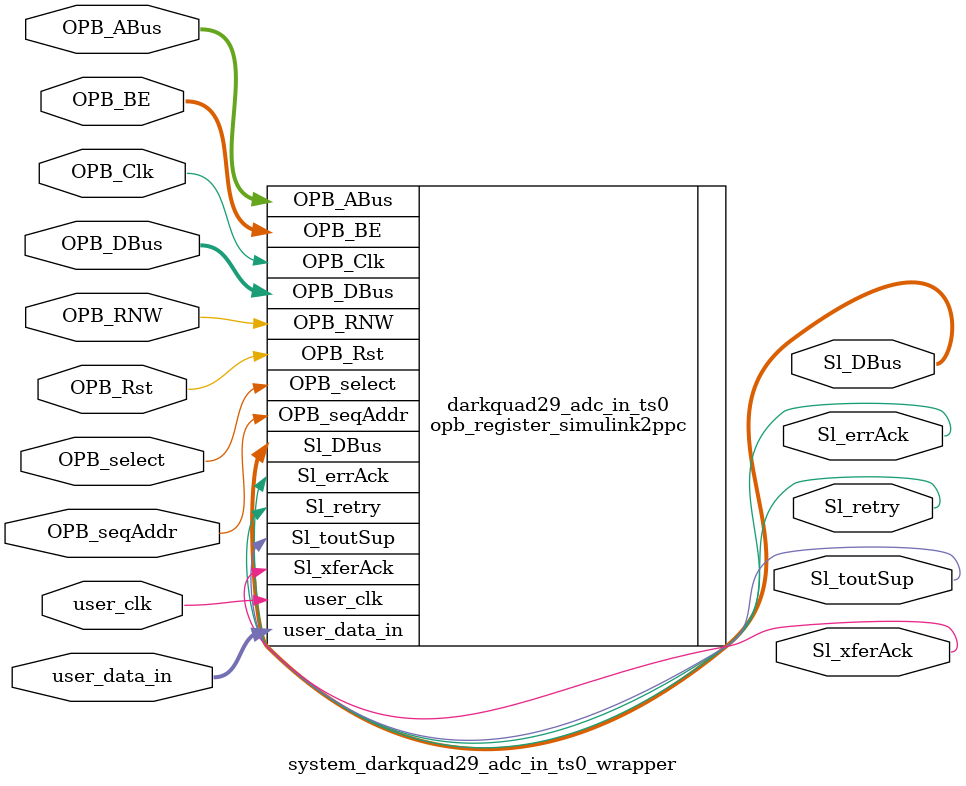
<source format=v>

module system_darkquad29_adc_in_ts0_wrapper
  (
    OPB_Clk,
    OPB_Rst,
    Sl_DBus,
    Sl_errAck,
    Sl_retry,
    Sl_toutSup,
    Sl_xferAck,
    OPB_ABus,
    OPB_BE,
    OPB_DBus,
    OPB_RNW,
    OPB_select,
    OPB_seqAddr,
    user_data_in,
    user_clk
  );
  input OPB_Clk;
  input OPB_Rst;
  output [0:31] Sl_DBus;
  output Sl_errAck;
  output Sl_retry;
  output Sl_toutSup;
  output Sl_xferAck;
  input [0:31] OPB_ABus;
  input [0:3] OPB_BE;
  input [0:31] OPB_DBus;
  input OPB_RNW;
  input OPB_select;
  input OPB_seqAddr;
  input [31:0] user_data_in;
  input user_clk;

  opb_register_simulink2ppc
    #(
      .C_BASEADDR ( 32'h0108B300 ),
      .C_HIGHADDR ( 32'h0108B3FF ),
      .C_OPB_AWIDTH ( 32 ),
      .C_OPB_DWIDTH ( 32 ),
      .C_FAMILY ( "virtex6" )
    )
    darkquad29_adc_in_ts0 (
      .OPB_Clk ( OPB_Clk ),
      .OPB_Rst ( OPB_Rst ),
      .Sl_DBus ( Sl_DBus ),
      .Sl_errAck ( Sl_errAck ),
      .Sl_retry ( Sl_retry ),
      .Sl_toutSup ( Sl_toutSup ),
      .Sl_xferAck ( Sl_xferAck ),
      .OPB_ABus ( OPB_ABus ),
      .OPB_BE ( OPB_BE ),
      .OPB_DBus ( OPB_DBus ),
      .OPB_RNW ( OPB_RNW ),
      .OPB_select ( OPB_select ),
      .OPB_seqAddr ( OPB_seqAddr ),
      .user_data_in ( user_data_in ),
      .user_clk ( user_clk )
    );

endmodule


</source>
